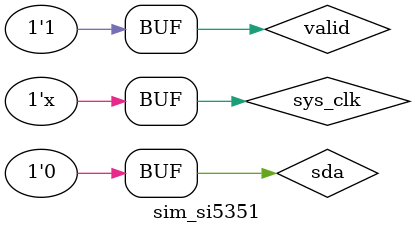
<source format=v>


module sim_si5351(

    );
    reg		sys_clk = 1'b0;
    wire		sda;
    wire		scl;
    reg		valid=1'b0;
    
    assign sda = 1'b0;
    always #10 sys_clk <= ~sys_clk;
    
    
    initial begin
    valid = 1'b0;
    # 100
    valid = 1'b1;
    
    
    end 
    
    
    
    
    SI5351 SI5351_inst(
    
       .  sys_clk(sys_clk),
       .  rst_n(1'b1),
       
       . scl(scl),
       . sda(sda),
       . data_valid(valid)

    );
    
    
    
    
endmodule

</source>
